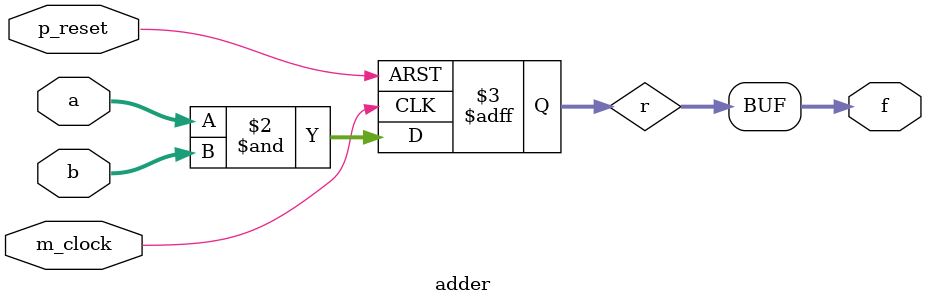
<source format=v>

/*Produced by NSL Core(version=20230222), IP ARCH, Inc. Fri May 10 16:56:14 2024
 Licensed to :EVALUATION USER*/
/*
 DO NOT USE ANY PART OF THIS FILE FOR COMMERCIAL PRODUCTS. 
*/

module adder ( p_reset , m_clock , a , b , f );
  input p_reset, m_clock;
  wire p_reset, m_clock;
  input [7:0] a;
  wire [7:0] a;
  input [7:0] b;
  wire [7:0] b;
  output [7:0] f;
  wire [7:0] f;
  reg [7:0] r;

   assign  f = r;
always @(posedge m_clock or posedge p_reset)
  begin
if (p_reset)
     r <= 8'b00000000;
else   r <= (a&b);
end
endmodule

/*Produced by NSL Core(version=20230222), IP ARCH, Inc. Fri May 10 16:56:14 2024
 Licensed to :EVALUATION USER*/

</source>
